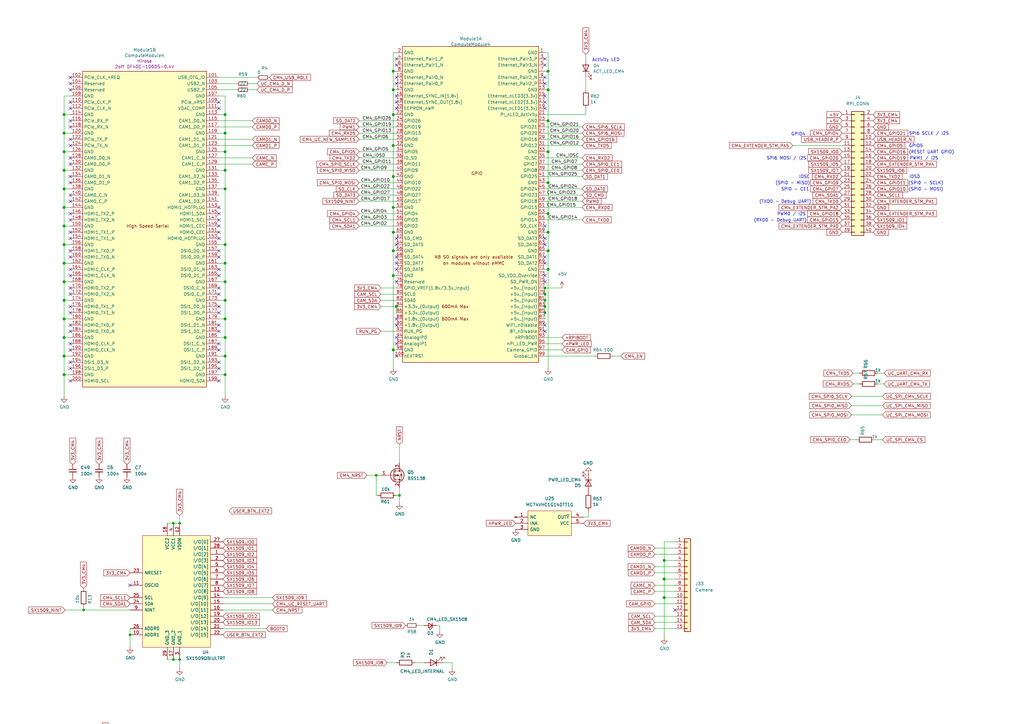
<source format=kicad_sch>
(kicad_sch (version 20250114) (generator "eeschema") (generator_version "9.0")
  (paper "A3")
  (text "SPI6 MOSI / I2S" (at 322.58 65.024 0) (effects (font (size 1.27 1.27))))
  (text "(SPI0 - MOSI)" (at 379.73 77.724 0) (effects (font (size 1.27 1.27))))
  (text "GPIO5" (at 375.666 59.944 0) (effects (font (size 1.27 1.27))))
  (text "PWM1 / I2S" (at 378.968 65.024 0) (effects (font (size 1.27 1.27))))
  (text "PWM0 / I2S" (at 324.612 87.884 0) (effects (font (size 1.27 1.27))))
  (text "(SPI0 - MISO)" (at 325.12 75.184 0) (effects (font (size 1.27 1.27))))
  (text "SPI0 - CE1" (at 326.136 77.724 0) (effects (font (size 1.27 1.27))))
  (text "SPI6 SCLK / I2S" (at 381 54.864 0) (effects (font (size 1.27 1.27))))
  (text "GPIO4" (at 327.406 55.118 0) (effects (font (size 1.27 1.27))))
  (text "Activity LED" (at 242.824 25.4 0) (effects (font (size 1.27 1.27)) (justify left bottom)))
  (text "(TXD0 - Debug UART)" (at 322.072 82.804 0) (effects (font (size 1.27 1.27))))
  (text "(RXD0 - Debug UART)" (at 320.04 90.424 0) (effects (font (size 1.27 1.27))))
  (text "(SPI0 - SCLK)" (at 379.73 75.184 0) (effects (font (size 1.27 1.27))))
  (text "(RESET UART GPIO)" (at 382.016 62.484 0) (effects (font (size 1.27 1.27))))
  (text "IDSC" (at 329.946 72.644 0) (effects (font (size 1.27 1.27))))
  (text "IDSD" (at 375.158 72.644 0) (effects (font (size 1.27 1.27))))
  (junction (at 92.329 130.81) (diameter 1.016))
  (junction (at 26.289 77.47) (diameter 1.016))
  (junction (at 161.29 59.69) (diameter 1.016))
  (junction (at 224.79 36.83) (diameter 1.016))
  (junction (at 161.29 46.99) (diameter 1.016))
  (junction (at 26.289 138.43) (diameter 1.016))
  (junction (at 161.29 113.03) (diameter 1.016))
  (junction (at 92.329 100.33) (diameter 1.016))
  (junction (at 272.415 245.11) (diameter 1.016))
  (junction (at 26.289 130.81) (diameter 1.016))
  (junction (at 223.52 125.73))
  (junction (at 224.79 74.93) (diameter 1.016))
  (junction (at 92.329 46.99) (diameter 1.016))
  (junction (at 26.289 69.85) (diameter 1.016))
  (junction (at 224.79 49.53) (diameter 1.016))
  (junction (at 71.12 270.51))
  (junction (at 26.289 46.99) (diameter 1.016))
  (junction (at 224.79 95.25) (diameter 1.016))
  (junction (at 161.29 36.83) (diameter 1.016))
  (junction (at 71.12 214.63))
  (junction (at 92.329 138.43) (diameter 1.016))
  (junction (at 26.289 85.09) (diameter 1.016))
  (junction (at 26.289 62.23) (diameter 1.016))
  (junction (at 224.79 29.21) (diameter 1.016))
  (junction (at 272.415 229.87) (diameter 1.016))
  (junction (at 223.52 123.19))
  (junction (at 26.289 123.19) (diameter 1.016))
  (junction (at 224.79 62.23) (diameter 1.016))
  (junction (at 92.329 69.85) (diameter 1.016))
  (junction (at 161.29 29.21) (diameter 1.016))
  (junction (at 73.66 214.63))
  (junction (at 161.29 72.39) (diameter 1.016))
  (junction (at 26.289 54.61) (diameter 1.016))
  (junction (at 92.329 115.57) (diameter 1.016))
  (junction (at 272.415 237.49) (diameter 1.016))
  (junction (at 161.29 143.51) (diameter 1.016))
  (junction (at 26.289 92.71) (diameter 1.016))
  (junction (at 223.52 118.11))
  (junction (at 161.29 95.25) (diameter 1.016))
  (junction (at 53.34 260.35))
  (junction (at 26.289 115.57) (diameter 1.016))
  (junction (at 92.329 153.67) (diameter 1.016))
  (junction (at 162.56 125.73) (diameter 1.016))
  (junction (at 224.79 87.63) (diameter 1.016))
  (junction (at 92.329 107.95) (diameter 1.016))
  (junction (at 26.289 107.95) (diameter 1.016))
  (junction (at 223.52 128.27))
  (junction (at 92.329 146.05) (diameter 1.016))
  (junction (at 92.329 54.61) (diameter 1.016))
  (junction (at 34.29 250.19))
  (junction (at 26.289 153.67) (diameter 1.016))
  (junction (at 161.29 85.09) (diameter 1.016))
  (junction (at 224.79 102.87) (diameter 1.016))
  (junction (at 154.305 194.945))
  (junction (at 223.52 120.65))
  (junction (at 161.29 102.87) (diameter 1.016))
  (junction (at 92.329 123.19) (diameter 1.016))
  (junction (at 92.329 77.47) (diameter 1.016))
  (junction (at 73.66 270.51))
  (junction (at 26.289 100.33) (diameter 1.016))
  (junction (at 26.289 146.05) (diameter 1.016))
  (junction (at 163.83 203.2))
  (junction (at 224.79 110.49) (diameter 1.016))
  (junction (at 92.329 62.23) (diameter 1.016))
  (no_connect (at 89.789 105.41))
  (no_connect (at 89.789 120.65))
  (no_connect (at 162.56 44.45))
  (no_connect (at 28.829 105.41))
  (no_connect (at 28.829 72.39))
  (no_connect (at 28.829 110.49))
  (no_connect (at 28.829 67.31))
  (no_connect (at 89.789 110.49))
  (no_connect (at 89.789 151.13))
  (no_connect (at 223.52 26.67))
  (no_connect (at 28.829 36.83))
  (no_connect (at 28.829 41.91))
  (no_connect (at 28.829 87.63))
  (no_connect (at 162.56 130.81))
  (no_connect (at 28.829 80.01))
  (no_connect (at 28.829 31.75))
  (no_connect (at 28.829 90.17))
  (no_connect (at 45.72 322.58))
  (no_connect (at 89.789 128.27))
  (no_connect (at 223.52 100.33))
  (no_connect (at 28.829 128.27))
  (no_connect (at 223.52 31.75))
  (no_connect (at 89.789 148.59))
  (no_connect (at 162.56 133.35))
  (no_connect (at 89.789 133.35))
  (no_connect (at 28.829 102.87))
  (no_connect (at 28.829 118.11))
  (no_connect (at 28.829 133.35))
  (no_connect (at 89.789 97.79))
  (no_connect (at 276.86 250.19))
  (no_connect (at 223.52 135.89))
  (no_connect (at 223.52 105.41))
  (no_connect (at 28.829 52.07))
  (no_connect (at 28.829 57.15))
  (no_connect (at 223.52 44.45))
  (no_connect (at 28.829 113.03))
  (no_connect (at 162.56 138.43))
  (no_connect (at 162.56 140.97))
  (no_connect (at 162.56 97.79))
  (no_connect (at 28.829 120.65))
  (no_connect (at 28.829 148.59))
  (no_connect (at 162.56 107.95))
  (no_connect (at 223.52 39.37))
  (no_connect (at 89.789 92.71))
  (no_connect (at 28.829 97.79))
  (no_connect (at 28.829 143.51))
  (no_connect (at 28.829 74.93))
  (no_connect (at 162.56 39.37))
  (no_connect (at 223.52 115.57))
  (no_connect (at 162.56 34.29))
  (no_connect (at 28.829 44.45))
  (no_connect (at 28.829 140.97))
  (no_connect (at 89.789 95.25))
  (no_connect (at 28.829 49.53))
  (no_connect (at 223.52 24.13))
  (no_connect (at 223.52 107.95))
  (no_connect (at 89.789 41.91))
  (no_connect (at 89.789 143.51))
  (no_connect (at 223.52 41.91))
  (no_connect (at 28.829 34.29))
  (no_connect (at 28.829 156.21))
  (no_connect (at 89.789 118.11))
  (no_connect (at 162.56 31.75))
  (no_connect (at 89.789 85.09))
  (no_connect (at 89.789 90.17))
  (no_connect (at 89.789 125.73))
  (no_connect (at 28.829 64.77))
  (no_connect (at 89.789 156.21))
  (no_connect (at 28.829 59.69))
  (no_connect (at 162.56 110.49))
  (no_connect (at 28.829 125.73))
  (no_connect (at 223.52 34.29))
  (no_connect (at 162.56 24.13))
  (no_connect (at 89.789 87.63))
  (no_connect (at 89.789 44.45))
  (no_connect (at 28.829 95.25))
  (no_connect (at 28.829 151.13))
  (no_connect (at 162.56 100.33))
  (no_connect (at 223.52 97.79))
  (no_connect (at 162.56 146.05))
  (no_connect (at 223.52 92.71))
  (no_connect (at 162.56 105.41))
  (no_connect (at 89.789 102.87))
  (no_connect (at 162.56 115.57))
  (no_connect (at 162.56 41.91))
  (no_connect (at 223.52 113.03))
  (no_connect (at 89.789 140.97))
  (no_connect (at 162.56 26.67))
  (no_connect (at 28.829 82.55))
  (no_connect (at 89.789 113.03))
  (no_connect (at 28.829 135.89))
  (no_connect (at 223.52 133.35))
  (no_connect (at 53.34 240.03))
  (no_connect (at 89.789 135.89))
  (wire (pts (xy 223.52 57.15) (xy 238.76 57.15)))
  (wire (pts (xy 223.52 120.65) (xy 223.52 123.19)))
  (wire (pts (xy 68.58 270.51) (xy 71.12 270.51)))
  (wire (pts (xy 161.29 95.25) (xy 162.56 95.25)))
  (wire (pts (xy 147.32 82.55) (xy 162.56 82.55)))
  (wire (pts (xy 28.829 39.37) (xy 26.289 39.37)))
  (wire (pts (xy 92.329 77.47) (xy 92.329 69.85)))
  (wire (pts (xy 89.789 46.99) (xy 92.329 46.99)))
  (wire (pts (xy 224.79 110.49) (xy 224.79 151.13)))
  (wire (pts (xy 147.32 74.93) (xy 162.56 74.93)))
  (wire (pts (xy 268.605 234.95) (xy 276.86 234.95)))
  (wire (pts (xy 92.329 54.61) (xy 92.329 46.99)))
  (wire (pts (xy 223.52 52.07) (xy 238.76 52.07)))
  (wire (pts (xy 91.44 250.19) (xy 111.76 250.19)))
  (wire (pts (xy 223.52 64.77) (xy 238.76 64.77)))
  (wire (pts (xy 92.329 130.81) (xy 92.329 138.43)))
  (wire (pts (xy 156.21 125.73) (xy 162.56 125.73)))
  (wire (pts (xy 272.415 245.11) (xy 272.415 261.62)))
  (wire (pts (xy 251.46 146.05) (xy 254.635 146.05)))
  (wire (pts (xy 268.605 255.27) (xy 276.86 255.27)))
  (wire (pts (xy 89.789 54.61) (xy 92.329 54.61)))
  (wire (pts (xy 161.29 46.99) (xy 162.56 46.99)))
  (wire (pts (xy 163.83 200.025) (xy 163.83 203.2)))
  (wire (pts (xy 223.52 62.23) (xy 224.79 62.23)))
  (wire (pts (xy 92.329 77.47) (xy 92.329 100.33)))
  (wire (pts (xy 147.32 57.15) (xy 162.56 57.15)))
  (wire (pts (xy 26.289 138.43) (xy 26.289 146.05)))
  (wire (pts (xy 241.3 209.55) (xy 241.3 212.09)))
  (wire (pts (xy 26.289 138.43) (xy 28.829 138.43)))
  (wire (pts (xy 223.52 29.21) (xy 224.79 29.21)))
  (wire (pts (xy 223.52 54.61) (xy 238.76 54.61)))
  (wire (pts (xy 180.34 256.54) (xy 179.07 256.54)))
  (wire (pts (xy 89.789 146.05) (xy 92.329 146.05)))
  (wire (pts (xy 268.605 252.73) (xy 276.86 252.73)))
  (wire (pts (xy 89.789 62.23) (xy 92.329 62.23)))
  (wire (pts (xy 161.29 21.59) (xy 161.29 29.21)))
  (wire (pts (xy 26.289 54.61) (xy 28.829 54.61)))
  (wire (pts (xy 147.32 80.01) (xy 162.56 80.01)))
  (wire (pts (xy 161.29 113.03) (xy 162.56 113.03)))
  (wire (pts (xy 103.505 49.53) (xy 89.789 49.53)))
  (wire (pts (xy 156.21 118.11) (xy 162.56 118.11)))
  (wire (pts (xy 147.32 69.85) (xy 162.56 69.85)))
  (wire (pts (xy 161.29 102.87) (xy 161.29 113.03)))
  (wire (pts (xy 224.79 74.93) (xy 224.79 87.63)))
  (wire (pts (xy 26.289 130.81) (xy 28.829 130.81)))
  (wire (pts (xy 161.29 59.69) (xy 161.29 72.39)))
  (wire (pts (xy 26.289 107.95) (xy 28.829 107.95)))
  (wire (pts (xy 272.415 229.87) (xy 276.86 229.87)))
  (wire (pts (xy 268.605 227.33) (xy 276.86 227.33)))
  (wire (pts (xy 224.79 62.23) (xy 224.79 74.93)))
  (wire (pts (xy 26.289 153.67) (xy 26.289 162.56)))
  (wire (pts (xy 34.29 250.19) (xy 34.29 248.92)))
  (wire (pts (xy 223.52 146.05) (xy 243.84 146.05)))
  (wire (pts (xy 92.329 69.85) (xy 92.329 62.23)))
  (wire (pts (xy 358.775 180.34) (xy 361.95 180.34)))
  (wire (pts (xy 349.25 170.18) (xy 361.95 170.18)))
  (wire (pts (xy 268.605 257.81) (xy 276.86 257.81)))
  (wire (pts (xy 26.289 123.19) (xy 28.829 123.19)))
  (wire (pts (xy 224.79 21.59) (xy 224.79 29.21)))
  (wire (pts (xy 147.32 54.61) (xy 162.56 54.61)))
  (wire (pts (xy 349.885 153.035) (xy 352.425 153.035)))
  (wire (pts (xy 53.34 260.35) (xy 53.34 265.43)))
  (wire (pts (xy 223.52 140.97) (xy 230.505 140.97)))
  (wire (pts (xy 26.289 115.57) (xy 28.829 115.57)))
  (wire (pts (xy 185.42 271.78) (xy 181.61 271.78)))
  (wire (pts (xy 53.34 250.19) (xy 34.29 250.19)))
  (wire (pts (xy 161.29 143.51) (xy 161.29 151.13)))
  (wire (pts (xy 147.32 49.53) (xy 162.56 49.53)))
  (wire (pts (xy 102.235 34.29) (xy 105.41 34.29)))
  (wire (pts (xy 161.29 36.83) (xy 161.29 46.99)))
  (wire (pts (xy 26.289 100.33) (xy 26.289 107.95)))
  (wire (pts (xy 223.52 82.55) (xy 238.76 82.55)))
  (wire (pts (xy 223.52 110.49) (xy 224.79 110.49)))
  (wire (pts (xy 89.789 115.57) (xy 92.329 115.57)))
  (wire (pts (xy 147.32 90.17) (xy 162.56 90.17)))
  (wire (pts (xy 223.52 72.39) (xy 238.76 72.39)))
  (wire (pts (xy 161.29 72.39) (xy 162.56 72.39)))
  (wire (pts (xy 102.235 36.83) (xy 105.41 36.83)))
  (wire (pts (xy 92.329 107.95) (xy 92.329 115.57)))
  (wire (pts (xy 91.44 245.11) (xy 111.76 245.11)))
  (wire (pts (xy 224.79 29.21) (xy 224.79 36.83)))
  (wire (pts (xy 325.12 59.69) (xy 345.44 59.69)))
  (wire (pts (xy 89.789 69.85) (xy 92.329 69.85)))
  (wire (pts (xy 147.32 67.31) (xy 162.56 67.31)))
  (wire (pts (xy 147.32 52.07) (xy 162.56 52.07)))
  (wire (pts (xy 147.32 87.63) (xy 162.56 87.63)))
  (wire (pts (xy 154.305 194.945) (xy 156.21 194.945)))
  (wire (pts (xy 223.52 21.59) (xy 224.79 21.59)))
  (wire (pts (xy 240.284 22.225) (xy 240.284 24.13)))
  (wire (pts (xy 224.79 87.63) (xy 224.79 95.25)))
  (wire (pts (xy 162.56 29.21) (xy 161.29 29.21)))
  (wire (pts (xy 161.29 113.03) (xy 161.29 143.51)))
  (wire (pts (xy 28.829 153.67) (xy 26.289 153.67)))
  (wire (pts (xy 89.789 100.33) (xy 92.329 100.33)))
  (wire (pts (xy 223.52 77.47) (xy 238.76 77.47)))
  (wire (pts (xy 73.66 270.51) (xy 73.66 274.32)))
  (wire (pts (xy 223.52 143.51) (xy 230.505 143.51)))
  (wire (pts (xy 161.29 102.87) (xy 162.56 102.87)))
  (wire (pts (xy 147.32 62.23) (xy 162.56 62.23)))
  (wire (pts (xy 162.56 143.51) (xy 161.29 143.51)))
  (wire (pts (xy 26.289 123.19) (xy 26.289 130.81)))
  (wire (pts (xy 272.415 229.87) (xy 272.415 237.49)))
  (wire (pts (xy 162.56 21.59) (xy 161.29 21.59)))
  (wire (pts (xy 92.329 146.05) (xy 92.329 153.67)))
  (wire (pts (xy 272.415 222.25) (xy 272.415 229.87)))
  (wire (pts (xy 161.29 46.99) (xy 161.29 59.69)))
  (wire (pts (xy 26.289 69.85) (xy 28.829 69.85)))
  (wire (pts (xy 161.29 95.25) (xy 161.29 102.87)))
  (wire (pts (xy 224.79 95.25) (xy 224.79 102.87)))
  (wire (pts (xy 89.789 123.19) (xy 92.329 123.19)))
  (wire (pts (xy 26.289 77.47) (xy 26.289 85.09)))
  (wire (pts (xy 91.44 247.65) (xy 111.76 247.65)))
  (wire (pts (xy 26.289 46.99) (xy 28.829 46.99)))
  (wire (pts (xy 147.32 64.77) (xy 162.56 64.77)))
  (wire (pts (xy 89.789 107.95) (xy 92.329 107.95)))
  (wire (pts (xy 360.045 153.035) (xy 362.585 153.035)))
  (wire (pts (xy 223.52 90.17) (xy 238.76 90.17)))
  (wire (pts (xy 26.289 115.57) (xy 26.289 123.19)))
  (wire (pts (xy 26.289 107.95) (xy 26.289 115.57)))
  (wire (pts (xy 92.329 115.57) (xy 92.329 123.19)))
  (wire (pts (xy 103.505 57.15) (xy 89.789 57.15)))
  (wire (pts (xy 162.56 203.2) (xy 163.83 203.2)))
  (wire (pts (xy 26.289 77.47) (xy 28.829 77.47)))
  (wire (pts (xy 171.45 256.54) (xy 173.99 256.54)))
  (wire (pts (xy 268.605 240.03) (xy 276.86 240.03)))
  (wire (pts (xy 161.29 59.69) (xy 162.56 59.69)))
  (wire (pts (xy 223.52 69.85) (xy 238.76 69.85)))
  (wire (pts (xy 92.329 153.67) (xy 92.329 162.56)))
  (wire (pts (xy 26.289 100.33) (xy 28.829 100.33)))
  (wire (pts (xy 241.3 212.09) (xy 239.395 212.09)))
  (wire (pts (xy 92.329 100.33) (xy 92.329 107.95)))
  (wire (pts (xy 73.66 211.455) (xy 73.66 214.63)))
  (wire (pts (xy 224.79 102.87) (xy 224.79 110.49)))
  (wire (pts (xy 163.83 203.2) (xy 163.83 206.375)))
  (wire (pts (xy 26.67 250.19) (xy 34.29 250.19)))
  (wire (pts (xy 89.789 67.31) (xy 103.505 67.31)))
  (wire (pts (xy 92.329 123.19) (xy 92.329 130.81)))
  (wire (pts (xy 89.789 130.81) (xy 92.329 130.81)))
  (wire (pts (xy 348.615 180.34) (xy 351.155 180.34)))
  (wire (pts (xy 26.289 85.09) (xy 26.289 92.71)))
  (wire (pts (xy 223.52 123.19) (xy 223.52 125.73)))
  (wire (pts (xy 26.289 46.99) (xy 26.289 54.61)))
  (wire (pts (xy 26.289 62.23) (xy 28.829 62.23)))
  (wire (pts (xy 89.789 36.83) (xy 97.155 36.83)))
  (wire (pts (xy 103.505 59.69) (xy 89.789 59.69)))
  (wire (pts (xy 362.585 157.48) (xy 360.045 157.48)))
  (wire (pts (xy 156.21 135.89) (xy 162.56 135.89)))
  (wire (pts (xy 28.829 146.05) (xy 26.289 146.05)))
  (wire (pts (xy 26.289 130.81) (xy 26.289 138.43)))
  (wire (pts (xy 224.79 36.83) (xy 224.79 49.53)))
  (wire (pts (xy 26.289 146.05) (xy 26.289 153.67)))
  (wire (pts (xy 89.789 138.43) (xy 92.329 138.43)))
  (wire (pts (xy 158.75 271.78) (xy 162.56 271.78)))
  (wire (pts (xy 230.505 118.11) (xy 223.52 118.11)))
  (wire (pts (xy 223.52 49.53) (xy 224.79 49.53)))
  (wire (pts (xy 268.605 242.57) (xy 276.86 242.57)))
  (wire (pts (xy 147.32 92.71) (xy 162.56 92.71)))
  (wire (pts (xy 161.29 85.09) (xy 162.56 85.09)))
  (wire (pts (xy 223.52 80.01) (xy 238.76 80.01)))
  (wire (pts (xy 71.12 214.63) (xy 73.66 214.63)))
  (wire (pts (xy 223.52 36.83) (xy 224.79 36.83)))
  (wire (pts (xy 71.12 270.51) (xy 73.66 270.51)))
  (wire (pts (xy 349.25 162.56) (xy 361.95 162.56)))
  (wire (pts (xy 92.329 46.99) (xy 92.329 39.37)))
  (wire (pts (xy 272.415 237.49) (xy 272.415 245.11)))
  (wire (pts (xy 26.289 85.09) (xy 28.829 85.09)))
  (wire (pts (xy 103.505 52.07) (xy 89.789 52.07)))
  (wire (pts (xy 268.605 247.65) (xy 276.86 247.65)))
  (wire (pts (xy 223.52 118.11) (xy 223.52 120.65)))
  (wire (pts (xy 272.415 245.11) (xy 276.86 245.11)))
  (wire (pts (xy 89.789 153.67) (xy 92.329 153.67)))
  (wire (pts (xy 268.605 224.79) (xy 276.86 224.79)))
  (wire (pts (xy 92.329 138.43) (xy 92.329 146.05)))
  (wire (pts (xy 223.52 67.31) (xy 238.76 67.31)))
  (wire (pts (xy 240.284 31.75) (xy 240.284 36.83)))
  (wire (pts (xy 223.52 95.25) (xy 224.79 95.25)))
  (wire (pts (xy 162.56 128.27) (xy 162.56 125.73)))
  (wire (pts (xy 89.789 34.29) (xy 97.155 34.29)))
  (wire (pts (xy 162.56 36.83) (xy 161.29 36.83)))
  (wire (pts (xy 89.789 64.77) (xy 103.505 64.77)))
  (wire (pts (xy 223.52 87.63) (xy 224.79 87.63)))
  (wire (pts (xy 156.21 120.65) (xy 162.56 120.65)))
  (wire (pts (xy 170.18 271.78) (xy 173.99 271.78)))
  (wire (pts (xy 26.289 62.23) (xy 26.289 69.85)))
  (wire (pts (xy 26.289 54.61) (xy 26.289 62.23)))
  (wire (pts (xy 89.789 31.75) (xy 105.41 31.75)))
  (wire (pts (xy 185.42 274.32) (xy 185.42 271.78)))
  (wire (pts (xy 147.32 77.47) (xy 162.56 77.47)))
  (wire (pts (xy 180.34 259.08) (xy 180.34 256.54)))
  (wire (pts (xy 223.52 74.93) (xy 224.79 74.93)))
  (wire (pts (xy 268.605 232.41) (xy 276.86 232.41)))
  (wire (pts (xy 154.305 203.2) (xy 154.94 203.2)))
  (wire (pts (xy 223.52 125.73) (xy 223.52 128.27)))
  (wire (pts (xy 91.44 257.81) (xy 109.22 257.81)))
  (wire (pts (xy 53.34 257.81) (xy 53.34 260.35)))
  (wire (pts (xy 89.789 77.47) (xy 92.329 77.47)))
  (wire (pts (xy 352.425 157.48) (xy 349.885 157.48)))
  (wire (pts (xy 161.29 85.09) (xy 161.29 95.25)))
  (wire (pts (xy 349.25 166.37) (xy 361.95 166.37)))
  (wire (pts (xy 68.58 214.63) (xy 71.12 214.63)))
  (wire (pts (xy 163.83 182.245) (xy 163.83 189.865)))
  (wire (pts (xy 161.29 29.21) (xy 161.29 36.83)))
  (wire (pts (xy 26.289 92.71) (xy 26.289 100.33)))
  (wire (pts (xy 276.86 222.25) (xy 272.415 222.25)))
  (wire (pts (xy 224.79 49.53) (xy 224.79 62.23)))
  (wire (pts (xy 150.495 194.945) (xy 154.305 194.945)))
  (wire (pts (xy 223.52 59.69) (xy 238.76 59.69)))
  (wire (pts (xy 223.52 102.87) (xy 224.79 102.87)))
  (wire (pts (xy 92.329 62.23) (xy 92.329 54.61)))
  (wire (pts (xy 26.289 92.71) (xy 28.829 92.71)))
  (wire (pts (xy 223.52 46.99) (xy 240.284 46.99)))
  (wire (pts (xy 92.329 39.37) (xy 89.789 39.37)))
  (wire (pts (xy 223.52 85.09) (xy 238.76 85.09)))
  (wire (pts (xy 272.415 237.49) (xy 276.86 237.49)))
  (wire (pts (xy 223.52 128.27) (xy 223.52 130.81)))
  (wire (pts (xy 26.289 39.37) (xy 26.289 46.99)))
  (wire (pts (xy 161.29 72.39) (xy 161.29 85.09)))
  (wire (pts (xy 240.284 46.99) (xy 240.284 44.45)))
  (wire (pts (xy 26.289 69.85) (xy 26.289 77.47)))
  (wire (pts (xy 223.52 138.43) (xy 230.505 138.43)))
  (wire (pts (xy 156.21 123.19) (xy 162.56 123.19)))
  (wire (pts (xy 154.305 194.945) (xy 154.305 203.2)))
  (label "CM4_GPIO26" (at 148.59 49.53 0))
  (label "CM4_GPIO10" (at 147.955 74.93 0))
  (label "CM4_GPIO7" (at 236.855 67.31 180))
  (label "CM4_GPIO4" (at 147.955 87.63 0))
  (label "CM4_GPIO12" (at 237.49 59.69 180))
  (label "CM4_GPIO27" (at 147.955 80.01 0))
  (label "CM4_GPIO16" (at 237.49 57.15 180))
  (label "CM4_GPIO15" (at 236.22 85.09 180))
  (label "CM4_GPIO6" (at 148.59 57.15 0))
  (label "CM4_GPIO11" (at 148.59 67.31 0))
  (label "CM4_GPIO25" (at 236.855 72.39 180))
  (label "CM4_GPIO23" (at 236.22 80.01 180))
  (label "CM4_GPIO24" (at 236.855 77.47 180))
  (label "CM4_IDSC" (at 237.49 64.77 180))
  (label "CM4_GPIO18" (at 236.855 82.55 180))
  (label "CM4_GPIO5" (at 148.59 62.23 0))
  (label "CM4_GPIO9" (at 147.955 69.85 0))
  (label "CM4_GPIO13" (at 148.59 54.61 0))
  (label "CM4_GPIO3" (at 147.955 90.17 0))
  (label "CM4_GPIO19" (at 148.59 52.07 0))
  (label "CM4_GPIO21" (at 237.49 52.07 180))
  (label "CM4_GPIO2" (at 147.955 92.71 0))
  (label "CM4_GPIO20" (at 237.49 54.61 180))
  (label "CM4_GPIO14" (at 236.855 90.17 180))
  (label "CM4_GPIO17" (at 147.955 82.55 0))
  (label "CM4_GPIO8" (at 236.855 69.85 180))
  (label "CM4_GPIO22" (at 147.955 77.47 0))
  (label "CM4_IDSD" (at 148.59 64.77 0))
  (global_label "3V3_CM4" (shape input) (at 156.21 125.73 180) (property "Intersheetrefs" "${INTERSHEET_REFS}" (effects (hide yes))))
  (global_label "SD_CMD" (shape input) (at 238.76 80.01 0) (property "Intersheetrefs" "${INTERSHEET_REFS}" (effects (hide yes))))
  (global_label "CM4_NRST" (shape input) (at 111.76 250.19 0) (property "Intersheetrefs" "${INTERSHEET_REFS}" (effects (hide yes))))
  (global_label "CM4_EXTENDER_STM_PA1" (shape input) (at 73.66 325.12 0) (property "Intersheetrefs" "${INTERSHEET_REFS}" (effects (hide yes))))
  (global_label "CM4_RXD0" (shape input) (at 238.76 85.09 0) (property "Intersheetrefs" "${INTERSHEET_REFS}" (effects (hide yes))))
  (global_label "SX1509_IO9" (shape input) (at 111.76 245.11 0) (property "Intersheetrefs" "${INTERSHEET_REFS}" (effects (hide yes))))
  (global_label "GND" (shape input) (at 345.44 95.25 180) (property "Intersheetrefs" "${INTERSHEET_REFS}" (effects (hide yes))))
  (global_label "3V3_CM4" (shape input) (at 43.18 307.34 90) (property "Intersheetrefs" "${INTERSHEET_REFS}" (effects (hide yes))))
  (global_label "CM4_EXTENDER_STM_PA2" (shape input) (at 73.66 327.66 0) (property "Intersheetrefs" "${INTERSHEET_REFS}" (effects (hide yes))))
  (global_label "CM4_GPIO5" (shape input) (at 147.32 62.23 180) (property "Intersheetrefs" "${INTERSHEET_REFS}" (effects (hide yes))))
  (global_label "3V3_CM4" (shape input) (at 73.66 211.455 90) (property "Intersheetrefs" "${INTERSHEET_REFS}" (effects (hide yes))))
  (global_label "UC_SPI_CM4_SCLK" (shape input) (at 361.95 162.56 0) (property "Intersheetrefs" "${INTERSHEET_REFS}" (effects (hide yes))))
  (global_label "CM4_SDA1" (shape input) (at 73.66 347.98 0) (property "Intersheetrefs" "${INTERSHEET_REFS}" (effects (hide yes))))
  (global_label "SX1509_IO8" (shape input) (at 158.75 271.78 180) (property "Intersheetrefs" "${INTERSHEET_REFS}" (effects (hide yes))))
  (global_label "CM4_EXTENDER_STM_PA3" (shape input) (at 73.66 330.2 0) (property "Intersheetrefs" "${INTERSHEET_REFS}" (effects (hide yes))))
  (global_label "SD_DAT3" (shape input) (at 147.32 80.01 180) (property "Intersheetrefs" "${INTERSHEET_REFS}" (effects (hide yes))))
  (global_label "CAM_SDA" (shape input) (at 268.605 255.27 180) (property "Intersheetrefs" "${INTERSHEET_REFS}" (effects (hide yes))))
  (global_label "CAMD0_N" (shape input) (at 103.505 49.53 0) (property "Intersheetrefs" "${INTERSHEET_REFS}" (effects (hide yes))))
  (global_label "CM4_RXD2" (shape input) (at 345.44 72.39 180) (property "Intersheetrefs" "${INTERSHEET_REFS}" (effects (hide yes))))
  (global_label "SD_CLK" (shape input) (at 147.32 77.47 180) (property "Intersheetrefs" "${INTERSHEET_REFS}" (effects (hide yes))))
  (global_label "USER_BTN_EXT2" (shape input) (at 91.44 260.35 0) (property "Intersheetrefs" "${INTERSHEET_REFS}" (effects (hide yes))))
  (global_label "CM4_GPIO10" (shape input) (at 358.14 77.47 0) (property "Intersheetrefs" "${INTERSHEET_REFS}" (effects (hide yes))))
  (global_label "CM4_EXTENDER_STM_PA0" (shape input) (at 73.66 322.58 0) (property "Intersheetrefs" "${INTERSHEET_REFS}" (effects (hide yes))))
  (global_label "CM4_EXTENDER_STM_PA5" (shape input) (at 325.12 59.69 180) (property "Intersheetrefs" "${INTERSHEET_REFS}" (effects (hide yes))))
  (global_label "CM4_EXTENDER_STM_SWCLK" (shape input) (at 143.51 331.47 180) (property "Intersheetrefs" "${INTERSHEET_REFS}" (effects (hide yes))))
  (global_label "CAM_GPIO" (shape input) (at 230.505 143.51 0) (property "Intersheetrefs" "${INTERSHEET_REFS}" (effects (hide yes))))
  (global_label "SX1509_IO2" (shape input) (at 91.44 227.33 0) (property "Intersheetrefs" "${INTERSHEET_REFS}" (effects (hide yes))))
  (global_label "CM4_UC_NEW_SAMPLES" (shape input) (at 147.32 57.15 180) (property "Intersheetrefs" "${INTERSHEET_REFS}" (effects (hide yes))))
  (global_label "SX1509_IO3" (shape input) (at 91.44 229.87 0) (property "Intersheetrefs" "${INTERSHEET_REFS}" (effects (hide yes))))
  (global_label "CM4_TXD5" (shape input) (at 238.76 59.69 0) (property "Intersheetrefs" "${INTERSHEET_REFS}" (effects (hide yes))))
  (global_label "CM4_GPIO16" (shape input) (at 238.76 57.15 0) (property "Intersheetrefs" "${INTERSHEET_REFS}" (effects (hide yes))))
  (global_label "CM4_GPIO9" (shape input) (at 345.44 74.93 180) (property "Intersheetrefs" "${INTERSHEET_REFS}" (effects (hide yes))))
  (global_label "CM4_TXD0" (shape input) (at 238.76 90.17 0) (property "Intersheetrefs" "${INTERSHEET_REFS}" (effects (hide yes))))
  (global_label "CM4_SPI0_MISO" (shape input) (at 147.32 69.85 180) (property "Intersheetrefs" "${INTERSHEET_REFS}" (effects (hide yes))))
  (global_label "CM4_EXTENDER_STM_PA5" (shape input) (at 73.66 335.28 0) (property "Intersheetrefs" "${INTERSHEET_REFS}" (effects (hide yes))))
  (global_label "CAMD1_P" (shape input) (at 268.605 234.95 180) (property "Intersheetrefs" "${INTERSHEET_REFS}" (effects (hide yes))))
  (global_label "nRPIBOOT" (shape input) (at 230.505 138.43 0) (property "Intersheetrefs" "${INTERSHEET_REFS}" (effects (hide yes))))
  (global_label "CM4_GPIO4" (shape input) (at 345.44 54.61 180) (property "Intersheetrefs" "${INTERSHEET_REFS}" (effects (hide yes))))
  (global_label "RUN_PG" (shape input) (at 156.21 135.89 180) (property "Intersheetrefs" "${INTERSHEET_REFS}" (effects (hide yes))))
  (global_label "CAMC_P" (shape input) (at 268.605 242.57 180) (property "Intersheetrefs" "${INTERSHEET_REFS}" (effects (hide yes))))
  (global_label "3V3_CM4" (shape input) (at 358.14 49.53 0) (property "Intersheetrefs" "${INTERSHEET_REFS}" (effects (hide yes))))
  (global_label "CM4_RXD2" (shape input) (at 238.76 64.77 0) (property "Intersheetrefs" "${INTERSHEET_REFS}" (effects (hide yes))))
  (global_label "CM4_SPI0_SCLK" (shape input) (at 147.32 67.31 180) (property "Intersheetrefs" "${INTERSHEET_REFS}" (effects (hide yes))))
  (global_label "GND" (shape input) (at 345.44 52.07 180) (property "Intersheetrefs" "${INTERSHEET_REFS}" (effects (hide yes))))
  (global_label "SX1509_IO7" (shape input) (at 345.44 69.85 180) (property "Intersheetrefs" "${INTERSHEET_REFS}" (effects (hide yes))))
  (global_label "CM4_GPIO20" (shape input) (at 345.44 64.77 180) (property "Intersheetrefs" "${INTERSHEET_REFS}" (effects (hide yes))))
  (global_label "UC_SPI_CM4_MISO" (shape input) (at 361.95 166.37 0) (property "Intersheetrefs" "${INTERSHEET_REFS}" (effects (hide yes))))
  (global_label "CM4_NRST" (shape input) (at 150.495 194.945 180) (property "Intersheetrefs" "${INTERSHEET_REFS}" (effects (hide yes))))
  (global_label "USER_BTN_EXT2" (shape input) (at 93.98 209.55 0) (property "Intersheetrefs" "${INTERSHEET_REFS}" (effects (hide yes))))
  (global_label "BOOT0" (shape input) (at 109.22 257.81 0) (property "Intersheetrefs" "${INTERSHEET_REFS}" (effects (hide yes))))
  (global_label "SX1509_IO6" (shape input) (at 91.44 237.49 0) (property "Intersheetrefs" "${INTERSHEET_REFS}" (effects (hide yes))))
  (global_label "SD_DAT1" (shape input) (at 238.76 72.39 0) (property "Intersheetrefs" "${INTERSHEET_REFS}" (effects (hide yes))))
  (global_label "CM4_RXD5" (shape input) (at 349.885 157.48 180) (property "Intersheetrefs" "${INTERSHEET_REFS}" (effects (hide yes))))
  (global_label "CM4_GPIO5" (shape input) (at 358.14 59.69 0) (property "Intersheetrefs" "${INTERSHEET_REFS}" (effects (hide yes))))
  (global_label "SX1509_IO6" (shape input) (at 358.14 69.85 0) (property "Intersheetrefs" "${INTERSHEET_REFS}" (effects (hide yes))))
  (global_label "CM4_SDA1" (shape input) (at 53.34 247.65 180) (property "Intersheetrefs" "${INTERSHEET_REFS}" (effects (hide yes))))
  (global_label "CAMD0_P" (shape input) (at 268.605 227.33 180) (property "Intersheetrefs" "${INTERSHEET_REFS}" (effects (hide yes))))
  (global_label "CM4_EXTENDER_STM_PA1" (shape input) (at 358.14 82.55 0) (property "Intersheetrefs" "${INTERSHEET_REFS}" (effects (hide yes))))
  (global_label "CM4_TXD5" (shape input) (at 349.885 153.035 180) (property "Intersheetrefs" "${INTERSHEET_REFS}" (effects (hide yes))))
  (global_label "CAM_GPIO" (shape input) (at 268.605 247.65 180) (property "Intersheetrefs" "${INTERSHEET_REFS}" (effects (hide yes))))
  (global_label "3V3_CM4" (shape input) (at 60.96 317.5 90) (property "Intersheetrefs" "${INTERSHEET_REFS}" (effects (hide yes))))
  (global_label "CM4_SCL1" (shape input) (at 147.32 90.17 180) (property "Intersheetrefs" "${INTERSHEET_REFS}" (effects (hide yes))))
  (global_label "GND" (shape input) (at 358.14 85.09 0) (property "Intersheetrefs" "${INTERSHEET_REFS}" (effects (hide yes))))
  (global_label "UC_CM4_D_P" (shape input) (at 105.41 36.83 0) (property "Intersheetrefs" "${INTERSHEET_REFS}" (effects (hide yes))))
  (global_label "CM4_SPI0_MOSI" (shape input) (at 349.25 170.18 180) (property "Intersheetrefs" "${INTERSHEET_REFS}" (effects (hide yes))))
  (global_label "CAMD1_P" (shape input) (at 103.505 59.69 0) (property "Intersheetrefs" "${INTERSHEET_REFS}" (effects (hide yes))))
  (global_label "SX1509_IO5" (shape input) (at 91.44 234.95 0) (property "Intersheetrefs" "${INTERSHEET_REFS}" (effects (hide yes))))
  (global_label "CM4_SPI6_SCLK" (shape input) (at 238.76 52.07 0) (property "Intersheetrefs" "${INTERSHEET_REFS}" (effects (hide yes))))
  (global_label "PWM0" (shape input) (at 238.76 82.55 0) (property "Intersheetrefs" "${INTERSHEET_REFS}" (effects (hide yes))))
  (global_label "CAM_SCL" (shape input) (at 268.605 252.73 180) (property "Intersheetrefs" "${INTERSHEET_REFS}" (effects (hide yes))))
  (global_label "CM4_SDA1" (shape input) (at 147.32 92.71 180) (property "Intersheetrefs" "${INTERSHEET_REFS}" (effects (hide yes))))
  (global_label "SX1509_NINT" (shape input) (at 26.67 250.19 180) (property "Intersheetrefs" "${INTERSHEET_REFS}" (effects (hide yes))))
  (global_label "+5V" (shape input) (at 345.44 46.99 180) (property "Intersheetrefs" "${INTERSHEET_REFS}" (effects (hide yes))))
  (global_label "CM4_EXTENDER_STM_SWDIO" (shape input) (at 73.66 350.52 0) (property "Intersheetrefs" "${INTERSHEET_REFS}" (effects (hide yes))))
  (global_label "CM4_GPIO19" (shape input) (at 358.14 64.77 0) (property "Intersheetrefs" "${INTERSHEET_REFS}" (effects (hide yes))))
  (global_label "CM4_GPIO18" (shape input) (at 345.44 87.63 180) (property "Intersheetrefs" "${INTERSHEET_REFS}" (effects (hide yes))))
  (global_label "CM4_SDA1" (shape input) (at 345.44 80.01 180) (property "Intersheetrefs" "${INTERSHEET_REFS}" (effects (hide yes))))
  (global_label "CM4_SPI0_MOSI" (shape input) (at 147.32 74.93 180) (property "Intersheetrefs" "${INTERSHEET_REFS}" (effects (hide yes))))
  (global_label "CM4_SPI0_CE1" (shape input) (at 238.76 67.31 0) (property "Intersheetrefs" "${INTERSHEET_REFS}" (effects (hide yes))))
  (global_label "SX1509_IO1" (shape input) (at 91.44 224.79 0) (property "Intersheetrefs" "${INTERSHEET_REFS}" (effects (hide yes))))
  (global_label "CM4_RXD5" (shape input) (at 147.32 54.61 180) (property "Intersheetrefs" "${INTERSHEET_REFS}" (effects (hide yes))))
  (global_label "SX1509_IO9" (shape input) (at 166.37 256.54 180) (property "Intersheetrefs" "${INTERSHEET_REFS}" (effects (hide yes))))
  (global_label "CM4_EXTENDER_STM_SWCLK" (shape input) (at 73.66 353.06 0) (property "Intersheetrefs" "${INTERSHEET_REFS}" (effects (hide yes))))
  (global_label "CM4_GPIO4" (shape input) (at 147.32 87.63 180) (property "Intersheetrefs" "${INTERSHEET_REFS}" (effects (hide yes))))
  (global_label "PWM1" (shape input) (at 147.32 52.07 180) (property "Intersheetrefs" "${INTERSHEET_REFS}" (effects (hide yes))))
  (global_label "3V3_CM4" (shape input) (at 53.34 234.95 180) (property "Intersheetrefs" "${INTERSHEET_REFS}" (effects (hide yes))))
  (global_label "CM4_EN" (shape input) (at 254.635 146.05 0) (property "Intersheetrefs" "${INTERSHEET_REFS}" (effects (hide yes))))
  (global_label "UC_SPI_CM4_MOSI" (shape input) (at 361.95 170.18 0) (property "Intersheetrefs" "${INTERSHEET_REFS}" (effects (hide yes))))
  (global_label "3V3_CM4" (shape input) (at 29.845 190.5 90) (property "Intersheetrefs" "${INTERSHEET_REFS}" (effects (hide yes))))
  (global_label "CM4_SPI0_CE0" (shape input) (at 238.76 69.85 0) (property "Intersheetrefs" "${INTERSHEET_REFS}" (effects (hide yes))))
  (global_label "3V3_CM4" (shape input) (at 358.14 46.99 0) (property "Intersheetrefs" "${INTERSHEET_REFS}" (effects (hide yes))))
  (global_label "3V3_CM4" (shape input) (at 34.29 241.3 90) (property "Intersheetrefs" "${INTERSHEET_REFS}" (effects (hide yes))))
  (global_label "CAMC_N" (shape input) (at 268.605 240.03 180) (property "Intersheetrefs" "${INTERSHEET_REFS}" (effects (hide yes))))
  (global_label "CM4_SPI0_MISO" (shape input) (at 349.25 166.37 180) (property "Intersheetrefs" "${INTERSHEET_REFS}" (effects (hide yes))))
  (global_label "nPWR_LED" (shape input) (at 211.455 214.63 180) (property "Intersheetrefs" "${INTERSHEET_REFS}" (effects (hide yes))))
  (global_label "SX1509_IO7" (shape input) (at 91.44 240.03 0) (property "Intersheetrefs" "${INTERSHEET_REFS}" (effects (hide yes))))
  (global_label "nPWR_LED" (shape input) (at 230.505 140.97 0) (property "Intersheetrefs" "${INTERSHEET_REFS}" (effects (hide yes))))
  (global_label "GND" (shape input) (at 358.14 95.25 0) (property "Intersheetrefs" "${INTERSHEET_REFS}" (effects (hide yes))))
  (global_label "CM4_SPI0_CE0" (shape input) (at 348.615 180.34 180) (property "Intersheetrefs" "${INTERSHEET_REFS}" (effects (hide yes))))
  (global_label "CM4_GPIO21" (shape input) (at 358.14 54.61 0) (property "Intersheetrefs" "${INTERSHEET_REFS}" (effects (hide yes))))
  (global_label "SX1509_IO13" (shape input) (at 91.44 255.27 0) (property "Intersheetrefs" "${INTERSHEET_REFS}" (effects (hide yes))))
  (global_label "SX1509_IO4" (shape input) (at 358.14 92.71 0) (property "Intersheetrefs" "${INTERSHEET_REFS}" (effects (hide yes))))
  (global_label "SD_DAT2" (shape input) (at 147.32 49.53 180) (property "Intersheetrefs" "${INTERSHEET_REFS}" (effects (hide yes))))
  (global_label "SX1509_IO12" (shape input) (at 91.44 252.73 0) (property "Intersheetrefs" "${INTERSHEET_REFS}" (effects (hide yes))))
  (global_label "3V3_CM4" (shape input) (at 52.07 190.5 90) (property "Intersheetrefs" "${INTERSHEET_REFS}" (effects (hide yes))))
  (global_label "CAMC_N" (shape input) (at 103.505 64.77 0) (property "Intersheetrefs" "${INTERSHEET_REFS}" (effects (hide yes))))
  (global_label "3V3_CM4" (shape input) (at 240.284 22.225 90) (property "Intersheetrefs" "${INTERSHEET_REFS}" (effects (hide yes))))
  (global_label "+5V" (shape input) (at 345.44 49.53 180) (property "Intersheetrefs" "${INTERSHEET_REFS}" (effects (hide yes))))
  (global_label "UC_SPI_CM4_CS" (shape input) (at 361.95 180.34 0) (property "Intersheetrefs" "${INTERSHEET_REFS}" (effects (hide yes))))
  (global_label "CM4_SPI6_MOSI" (shape input) (at 238.76 54.61 0) (property "Intersheetrefs" "${INTERSHEET_REFS}" (effects (hide yes))))
  (global_label "3V3_CM4" (shape input) (at 143.51 326.39 90) (property "Intersheetrefs" "${INTERSHEET_REFS}" (effects (hide yes))))
  (global_label "CM4_TXD2" (shape input) (at 358.14 72.39 0) (property "Intersheetrefs" "${INTERSHEET_REFS}" (effects (hide yes))))
  (global_label "3V3_CM4" (shape input) (at 40.64 190.5 90) (property "Intersheetrefs" "${INTERSHEET_REFS}" (effects (hide yes))))
  (global_label "CAM_SDA" (shape input) (at 156.21 123.19 180) (property "Intersheetrefs" "${INTERSHEET_REFS}" (effects (hide yes))))
  (global_label "CM4_SCL1" (shape input) (at 358.14 80.01 0) (property "Intersheetrefs" "${INTERSHEET_REFS}" (effects (hide yes))))
  (global_label "CM4_TXD0" (shape input) (at 345.44 82.55 180) (property "Intersheetrefs" "${INTERSHEET_REFS}" (effects (hide yes))))
  (global_label "3V3_CM4" (shape input) (at 268.605 257.81 180) (property "Intersheetrefs" "${INTERSHEET_REFS}" (effects (hide yes))))
  (global_label "CAMD0_P" (shape input) (at 103.505 52.07 0) (property "Intersheetrefs" "${INTERSHEET_REFS}" (effects (hide yes))))
  (global_label "CM4_USB_ROLE" (shape input) (at 110.49 31.75 0) (property "Intersheetrefs" "${INTERSHEET_REFS}" (effects (hide yes))))
  (global_label "CM4_GPIO7" (shape input) (at 345.44 77.47 180) (property "Intersheetrefs" "${INTERSHEET_REFS}" (effects (hide yes))))
  (global_label "CM4_SPI0_SCLK" (shape input) (at 349.25 162.56 180) (property "Intersheetrefs" "${INTERSHEET_REFS}" (effects (hide yes))))
  (global_label "GND" (shape input) (at 358.14 52.07 0) (property "Intersheetrefs" "${INTERSHEET_REFS}" (effects (hide yes))))
  (global_label "UC_UART_CM4_TX" (shape input) (at 362.585 157.48 0) (property "Intersheetrefs" "${INTERSHEET_REFS}" (effects (hide yes))))
  (global_label "CM4_EXTENDER_STM_PA2" (shape input) (at 345.44 85.09 180) (property "Intersheetrefs" "${INTERSHEET_REFS}" (effects (hide yes))))
  (global_label "3V3_CM4" (shape input) (at 156.21 118.11 180) (property "Intersheetrefs" "${INTERSHEET_REFS}" (effects (hide yes))))
  (global_label "USB_HEADER_P" (shape input) (at 345.44 57.15 180) (property "Intersheetrefs" "${INTERSHEET_REFS}" (effects (hide yes))))
  (global_label "CM4_EXTENDER_STM_PA0" (shape input) (at 345.44 92.71 180) (property "Intersheetrefs" "${INTERSHEET_REFS}" (effects (hide yes))))
  (global_label "CAMD0_N" (shape input) (at 268.605 224.79 180) (property "Intersheetrefs" "${INTERSHEET_REFS}" (effects (hide yes))))
  (global_label "CAMC_P" (shape input) (at 103.505 67.31 0) (property "Intersheetrefs" "${INTERSHEET_REFS}" (effects (hide yes))))
  (global_label "CM4_SCL1" (shape input) (at 53.34 245.11 180) (property "Intersheetrefs" "${INTERSHEET_REFS}" (effects (hide yes))))
  (global_label "CM4_EXTENDER_STM_SWDIO" (shape input) (at 143.51 328.93 180) (property "Intersheetrefs" "${INTERSHEET_REFS}" (effects (hide yes))))
  (global_label "CM4_GPIO16" (shape input) (at 358.14 62.23 0) (property "Intersheetrefs" "${INTERSHEET_REFS}" (effects (hide yes))))
  (global_label "CM4_UC_RESET_UART" (shape input) (at 111.76 247.65 0) (property "Intersheetrefs" "${INTERSHEET_REFS}" (effects (hide yes))))
  (global_label "UC_CM4_D_N" (shape input) (at 105.41 34.29 0) (property "Intersheetrefs" "${INTERSHEET_REFS}" (effects (hide yes))))
  (global_label "SX1509_NINT" (shape input) (at 147.32 82.55 180) (property "Intersheetrefs" "${INTERSHEET_REFS}" (effects (hide yes))))
  (global_label "SD_DAT0" (shape input) (at 238.76 77.47 0) (property "Intersheetrefs" "${INTERSHEET_REFS}" (effects (hide yes))))
  (global_label "CAMD1_N" (shape input) (at 268.605 232.41 180) (property "Intersheetrefs" "${INTERSHEET_REFS}" (effects (hide yes))))
  (global_label "SX1509_IO3" (shape input) (at 38.1 342.9 180) (property "Intersheetrefs" "${INTERSHEET_REFS}" (effects (hide yes))))
  (global_label "CM4_SCL1" (shape input) (at 73.66 345.44 0) (property "Intersheetrefs" "${INTERSHEET_REFS}" (effects (hide yes))))
  (global_label "SX1509_IO1" (shape input) (at 358.14 90.17 0) (property "Intersheetrefs" "${INTERSHEET_REFS}" (effects (hide yes))))
  (global_label "SX1509_IO4" (shape input) (at 91.44 232.41 0) (property "Intersheetrefs" "${INTERSHEET_REFS}" (effects (hide yes))))
  (global_label "SX1509_IO0" (shape input) (at 345.44 62.23 180) (property "Intersheetrefs" "${INTERSHEET_REFS}" (effects (hide yes))))
  (global_label "CAMD1_N" (shape input) (at 103.505 57.15 0) (property "Intersheetrefs" "${INTERSHEET_REFS}" (effects (hide yes))))
  (global_label "CM4_EXTENDER_STM_PA3" (shape input) (at 358.14 87.63 0) (property "Intersheetrefs" "${INTERSHEET_REFS}" (effects (hide yes))))
  (global_label "CM4_GPIO15" (shape input) (at 345.44 90.17 180) (property "Intersheetrefs" "${INTERSHEET_REFS}" (effects (hide yes))))
  (global_label "SX1509_IO8" (shape input) (at 91.44 242.57 0) (property "Intersheetrefs" "${INTERSHEET_REFS}" (effects (hide yes))))
  (global_label "SX1509_IO5" (shape input) (at 345.44 67.31 180) (property "Intersheetrefs" "${INTERSHEET_REFS}" (effects (hide yes))))
  (global_label "CM4_EXTENDER_STM_PA4" (shape input) (at 358.14 67.31 0) (property "Intersheetrefs" "${INTERSHEET_REFS}" (effects (hide yes))))
  (global_label "NRST" (shape input) (at 163.83 182.245 90) (property "Intersheetrefs" "${INTERSHEET_REFS}" (effects (hide yes))))
  (global_label "UC_UART_CM4_RX" (shape input) (at 362.585 153.035 0) (property "Intersheetrefs" "${INTERSHEET_REFS}" (effects (hide yes))))
  (global_label "CAM_SCL" (shape input) (at 156.21 120.65 180) (property "Intersheetrefs" "${INTERSHEET_REFS}" (effects (hide yes))))
  (global_label "SX1509_IO0" (shape input) (at 91.44 222.25 0) (property "Intersheetrefs" "${INTERSHEET_REFS}" (effects (hide yes))))
  (global_label "CM4_EXTENDER_STM_PA4" (shape input) (at 73.66 332.74 0) (property "Intersheetrefs" "${INTERSHEET_REFS}" (effects (hide yes))))
  (global_label "USB_HEADER_N" (shape input) (at 358.14 57.15 0) (property "Intersheetrefs" "${INTERSHEET_REFS}" (effects (hide yes))))
  (global_label "3V3_CM4" (shape input) (at 239.395 214.63 0) (property "Intersheetrefs" "${INTERSHEET_REFS}" (effects (hide yes))))
  (global_label "CM4_TXD2" (shape input) (at 147.32 64.77 180) (property "Intersheetrefs" "${INTERSHEET_REFS}" (effects (hide yes))))
  (global_label "CM4_GPIO11" (shape input) (at 358.14 74.93 0) (property "Intersheetrefs" "${INTERSHEET_REFS}" (effects (hide yes))))
  (symbol (lib_id "power:GND") (at 60.96 363.22 0) (unit 1)
    (property "Reference" "#PWR096" (effects (hide yes)))
    (property "Value" "GND" (at 61.087 367.6142 0))
  )
  (symbol (lib_id "Device:LED") (at 241.3 198.12 270) (unit 1)
    (property "Reference" "D5" (at 238.3282 199.1106 90) (effects (justify right)))
    (property "Value" "PWR_LED_CM4" (at 238.3282 196.7992 90) (effects (justify right)))
    (property "Footprint" "LED_SMD:LED_0603_1608Metric" (effects (hide yes)))
    (property "Datasheet" "http://optoelectronics.liteon.com/upload/download/DS22-2000-210/LTST-S270KRKT.pdf" (effects (hide yes)))
    (property "Field4" "Digikey " (effects (hide yes)))
    (property "Field5" "	LTST-S270KRKT" (effects (hide yes)))
    (property "Field6" "SML-A12U8TT86Q" (effects (hide yes)))
    (property "Field7" "Rohm" (effects (hide yes)))
    (property "Field8" "650295101" (effects (hide yes)))
    (property "Part Description" "	Red 620nm LED Indication - Discrete 2.2V 2-SMD, No Lead" (effects (hide yes)))
  )
  (symbol (lib_id "Device:C_Small") (at 43.18 309.88 0) (unit 1)
    (property "Reference" "C10" (at 46.355 308.6162 0) (effects (justify left)))
    (property "Value" "100n" (at 46.355 311.1562 0) (effects (justify left)))
    (property "Footprint" "Capacitor_SMD:C_0603_1608Metric" (effects (hide yes)))
  )
  (symbol (lib_id "power:GND") (at 185.42 274.32 0) (unit 1)
    (property "Reference" "#PWR06" (effects (hide yes)))
    (property "Value" "GND" (at 185.547 278.7142 0))
  )
  (symbol (lib_id "Device:R") (at 240.284 40.64 0) (unit 1)
    (property "Reference" "R62" (at 242.062 39.4716 0) (effects (justify left)))
    (property "Value" "1k" (at 242.062 41.783 0) (effects (justify left)))
    (property "Footprint" "Resistor_SMD:R_0603_1608Metric" (effects (hide yes)))
    (property "Datasheet" "https://fscdn.rohm.com/en/products/databook/datasheet/passive/resistor/chip_resistor/mcr-e.pdf" (effects (hide yes)))
    (property "Field4" "Farnell" (effects (hide yes)))
    (property "Field5" "9239235" (effects (hide yes)))
    (property "Field7" "KOA EUROPE GMBH" (effects (hide yes)))
    (property "Field6" "RK73H1ETTP1001F" (effects (hide yes)))
    (property "Part Description" "Resistor 1K M1005 1% 63mW" (effects (hide yes)))
    (property "Field8" "125049511" (effects (hide yes)))
  )
  (symbol (lib_id "power:GND") (at 143.51 334.01 0) (unit 1)
    (property "Reference" "#PWR097" (effects (hide yes)))
    (property "Value" "GND" (at 143.637 338.4042 0))
  )
  (symbol (lib_id "Connector_Generic:Conn_01x15") (at 281.94 240.03 0) (unit 1)
    (property "Reference" "J33" (at 285.115 239.3949 0) (effects (justify left)))
    (property "Value" "Camera" (at 285.115 241.9349 0) (effects (justify left)))
    (property "Footprint" "downloaded_parts:117342485" (effects (hide yes)))
  )
  (symbol (lib_id "power:GND") (at 92.329 162.56 0) (unit 1)
    (property "Reference" "#PWR0167" (effects (hide yes)))
    (property "Value" "GND" (at 92.456 166.9542 0))
  )
  (symbol (lib_id "Device:C_Small") (at 40.64 193.04 0) (unit 1)
    (property "Reference" "C6" (at 43.815 191.7762 0) (effects (justify left)))
    (property "Value" "100n" (at 43.815 194.3162 0) (effects (justify left)))
    (property "Footprint" "Capacitor_SMD:C_0603_1608Metric" (effects (hide yes)))
  )
  (symbol (lib_id "Connector_Generic:Conn_01x04") (at 148.59 328.93 0) (unit 1)
    (property "Reference" "J26" (at 151.13 328.9299 0) (effects (justify left)))
    (property "Value" "CM4_EXTENDER_STM_SWD" (at 151.13 331.4699 0) (effects (justify left)))
    (property "Footprint" "downloaded_parts:JST_SH_SM04B-SRSS-TB_1x04-1MP_P1.00mm_Horizontal" (effects (hide yes)))
  )
  (symbol (lib_id "downloaded_parts:MC74VHC1G14DTT1G") (at 211.455 212.09 0) (unit 1)
    (property "Reference" "U25" (at 225.425 204.47 0))
    (property "Value" "MC74VHC1G14DTT1G" (at 225.425 207.01 0))
    (property "Footprint" "downloaded_parts:SOT95P275X110-5N" (effects (hide yes)))
    (property "Datasheet" "http://www.onsemi.com/pub/Collateral/MC74VHC1G14-D.PDF" (effects (hide yes)))
    (property "Height" "1.1" (effects (hide yes)))
    (property "Mouser Part Number" "863-MC74VHC1G14DTT1G" (effects (hide yes)))
    (property "Mouser Price/Stock" "https://www.mouser.co.uk/ProductDetail/ON-Semiconductor/MC74VHC1G14DTT1G?qs=YOLdObVcOZkwAVViVe9vSg%3D%3D" (effects (hide yes)))
    (property "Manufacturer_Name" "ON Semiconductor" (effects (hide yes)))
    (property "Manufacturer_Part_Number" "MC74VHC1G14DTT1G" (effects (hide yes)))
  )
  (symbol (lib_id "Device:R") (at 166.37 271.78 90) (unit 1)
    (property "Reference" "R3" (at 165.2016 270.002 0) (effects (justify left)))
    (property "Value" "1k" (at 167.513 270.002 0) (effects (justify left)))
    (property "Footprint" "Resistor_SMD:R_0603_1608Metric" (effects (hide yes)))
    (property "Datasheet" "https://fscdn.rohm.com/en/products/databook/datasheet/passive/resistor/chip_resistor/mcr-e.pdf" (effects (hide yes)))
    (property "Field4" "Farnell" (effects (hide yes)))
    (property "Field5" "9239235" (effects (hide yes)))
    (property "Field7" "KOA EUROPE GMBH" (effects (hide yes)))
    (property "Field6" "RK73H1ETTP1001F" (effects (hide yes)))
    (property "Part Description" "Resistor 1K M1005 1% 63mW" (effects (hide yes)))
    (property "Field8" "125049511" (effects (hide yes)))
  )
  (symbol (lib_name "LED_Small_1") (lib_id "Device:LED_Small") (at 176.53 256.54 180) (unit 1)
    (property "Reference" "D3" (at 176.53 259.715 0))
    (property "Value" "CM4_LED_SX1508" (at 183.388 254 0))
    (property "Footprint" "LED_SMD:LED_0603_1608Metric" (effects (hide yes)))
  )
  (symbol (lib_id "Device:R") (at 356.235 157.48 90) (unit 1)
    (property "Reference" "R67" (at 355.0666 155.702 0) (effects (justify left)))
    (property "Value" "1k" (at 361.315 156.21 90) (effects (justify left)))
    (property "Footprint" "Resistor_SMD:R_0603_1608Metric" (effects (hide yes)))
    (property "Datasheet" "https://fscdn.rohm.com/en/products/databook/datasheet/passive/resistor/chip_resistor/mcr-e.pdf" (effects (hide yes)))
    (property "Field4" "Farnell" (effects (hide yes)))
    (property "Field5" "9239235" (effects (hide yes)))
    (property "Field7" "KOA EUROPE GMBH" (effects (hide yes)))
    (property "Field6" "RK73H1ETTP1001F" (effects (hide yes)))
    (property "Part Description" "Resistor 1K M1005 1% 63mW" (effects (hide yes)))
    (property "Field8" "125049511" (effects (hide yes)))
  )
  (symbol (lib_id "Device:C_Small") (at 52.07 193.04 0) (unit 1)
    (property "Reference" "C7" (at 55.245 191.7762 0) (effects (justify left)))
    (property "Value" "100n" (at 55.245 194.3162 0) (effects (justify left)))
    (property "Footprint" "Capacitor_SMD:C_0603_1608Metric" (effects (hide yes)))
  )
  (symbol (lib_id "power:+5V") (at 230.505 118.11 0) (unit 1)
    (property "Reference" "#PWR0173" (effects (hide yes)))
    (property "Value" "+5V" (at 230.505 112.395 0))
  )
  (symbol (lib_id "Device:R_Small") (at 168.91 256.54 90) (unit 1)
    (property "Reference" "R58" (at 168.91 259.08 90))
    (property "Value" "1k" (at 168.91 254 90))
    (property "Footprint" "Resistor_SMD:R_0603_1608Metric" (effects (hide yes)))
  )
  (symbol (lib_id "Device:R") (at 34.29 245.11 180) (unit 1)
    (property "Reference" "R13" (at 36.83 243.84 90) (effects (justify left)))
    (property "Value" "10k" (at 31.75 243.84 90) (effects (justify left)))
    (property "Footprint" "Resistor_SMD:R_0603_1608Metric" (effects (hide yes)))
    (property "Datasheet" "https://fscdn.rohm.com/en/products/databook/datasheet/passive/resistor/chip_resistor/mcr-e.pdf" (effects (hide yes)))
    (property "Field4" "Farnell" (effects (hide yes)))
    (property "Field5" "9239235" (effects (hide yes)))
    (property "Field7" "KOA EUROPE GMBH" (effects (hide yes)))
    (property "Field6" "RK73H1ETTP1001F" (effects (hide yes)))
    (property "Part Description" "Resistor 1K M1005 1% 63mW" (effects (hide yes)))
    (property "Field8" "125049511" (effects (hide yes)))
  )
  (symbol (lib_id "Device:LED") (at 240.284 27.94 90) (unit 1)
    (property "Reference" "D4" (at 243.2558 26.9494 90) (effects (justify right)))
    (property "Value" "ACT_LED_CM4" (at 243.2558 29.2608 90) (effects (justify right)))
    (property "Footprint" "LED_SMD:LED_0603_1608Metric" (effects (hide yes)))
    (property "Datasheet" "http://optoelectronics.liteon.com/upload/download/DS22-2000-226/LTST-S270KGKT.pdf" (effects (hide yes)))
    (property "Field4" "Digikey " (effects (hide yes)))
    (property "Field5" "LTST-S270KGKT" (effects (hide yes)))
    (property "Field6" "SML-A12M8TT86N" (effects (hide yes)))
    (property "Field7" "Rohm" (effects (hide yes)))
    (property "Field8" "650263301" (effects (hide yes)))
    (property "Part Description" "	Green 572nm LED Indication - Discrete 2.2V 2-SMD, No Lead" (effects (hide yes)))
  )
  (symbol (lib_id "power:GND") (at 29.845 195.58 0) (unit 1)
    (property "Reference" "#PWR0164" (effects (hide yes)))
    (property "Value" "GND" (at 29.972 199.9742 0))
  )
  (symbol (lib_id "power:GND") (at 163.83 206.375 0) (unit 1)
    (property "Reference" "#PWR0170" (effects (hide yes)))
    (property "Value" "GND" (at 163.957 210.7692 0))
  )
  (symbol (lib_id "Device:R_Small") (at 99.695 34.29 90) (unit 1)
    (property "Reference" "R59" (at 101.6 30.48 90) (effects (justify left)))
    (property "Value" "22" (at 100.965 34.29 90) (effects (justify left)))
    (property "Footprint" "Resistor_SMD:R_0603_1608Metric" (effects (hide yes)))
  )
  (symbol (lib_id "Device:R_Small") (at 99.695 36.83 90) (unit 1)
    (property "Reference" "R60" (at 100.965 39.37 90) (effects (justify left)))
    (property "Value" "22" (at 100.965 36.83 90) (effects (justify left)))
    (property "Footprint" "Resistor_SMD:R_0603_1608Metric" (effects (hide yes)))
  )
  (symbol (lib_id "power:GND") (at 73.66 274.32 0) (unit 1)
    (property "Reference" "#PWR078" (effects (hide yes)))
    (property "Value" "GND" (at 73.787 278.7142 0))
  )
  (symbol (lib_id "power:GND") (at 180.34 259.08 0) (unit 1)
    (property "Reference" "#PWR0168" (effects (hide yes)))
    (property "Value" "GND" (at 180.467 263.4742 0))
  )
  (symbol (lib_id "power:GND") (at 211.455 217.17 0) (unit 1)
    (property "Reference" "#PWR0171" (effects (hide yes)))
    (property "Value" "GND" (at 211.582 221.5642 0))
  )
  (symbol (lib_id "power:GND") (at 52.07 195.58 0) (unit 1)
    (property "Reference" "#PWR082" (effects (hide yes)))
    (property "Value" "GND" (at 52.197 199.9742 0))
  )
  (symbol (lib_id "CM4IO:ComputeModule4-CM4") (at 195.58 77.47 0) (unit 1)
    (property "Reference" "Module1" (at 193.04 15.875 0))
    (property "Value" "ComputeModule4" (at 193.04 18.1864 0))
    (property "Footprint" "CM4:Raspberry-Pi-4-Compute-Module" (effects (hide yes)))
    (property "Field4" "Hirose" (effects (hide yes)))
    (property "Field5" "2off DF40C-100DS-0.4V" (effects (hide yes)))
    (property "Field6" "2off DF40C-100DS-0.4V" (effects (hide yes)))
    (property "Field7" "Hirose" (effects (hide yes)))
    (property "Part Description" "	100 Position Connector Receptacle, Center Strip Contacts Surface Mount Gold" (effects (hide yes)))
  )
  (symbol (lib_id "Device:R") (at 241.3 205.74 0) (unit 1)
    (property "Reference" "R63" (at 243.078 204.5716 0) (effects (justify left)))
    (property "Value" "1k" (at 243.078 206.883 0) (effects (justify left)))
    (property "Footprint" "Resistor_SMD:R_0603_1608Metric" (effects (hide yes)))
    (property "Datasheet" "https://fscdn.rohm.com/en/products/databook/datasheet/passive/resistor/chip_resistor/mcr-e.pdf" (effects (hide yes)))
    (property "Field4" "Farnell" (effects (hide yes)))
    (property "Field5" "9239235" (effects (hide yes)))
    (property "Field7" "KOA EUROPE GMBH" (effects (hide yes)))
    (property "Field6" "RK73H1ETTP1001F" (effects (hide yes)))
    (property "Part Description" "Resistor 1K M1005 1% 63mW" (effects (hide yes)))
    (property "Field8" "125049511" (effects (hide yes)))
  )
  (symbol (lib_id "power:GND") (at 53.34 265.43 0) (unit 1)
    (property "Reference" "#PWR080" (effects (hide yes)))
    (property "Value" "GND" (at 53.467 269.8242 0))
  )
  (symbol (lib_id "Device:R_Small") (at 107.95 31.75 90) (unit 1)
    (property "Reference" "R4" (at 109.855 27.94 90) (effects (justify left)))
    (property "Value" "0" (at 106.934 29.718 90) (effects (justify left)))
    (property "Footprint" "Resistor_SMD:R_0603_1608Metric" (effects (hide yes)))
  )
  (symbol (lib_name "CM4IO:ComputeModule4-CM4_1") (lib_id "CM4IO:ComputeModule4-CM4") (at -80.391 92.71 0) (unit 2)
    (property "Reference" "Module1" (at 59.309 20.447 0))
    (property "Value" "ComputeModule4" (at 59.309 22.7584 0))
    (property "Footprint" "CM4:Raspberry-Pi-4-Compute-Module" (effects (hide yes)))
    (property "Field4" "Hirose" (at 59.309 25.0444 0))
    (property "Field5" "2off DF40C-100DS-0.4V" (at 59.309 27.3558 0))
    (property "Field6" "2off DF40C-100DS-0.4V" (effects (hide yes)))
    (property "Field7" "Hirose" (effects (hide yes)))
    (property "Part Description" "	100 Position Connector Receptacle, Center Strip Contacts Surface Mount Gold" (effects (hide yes)))
  )
  (symbol (lib_id "Device:C_Small") (at 29.845 193.04 0) (unit 1)
    (property "Reference" "C49" (at 33.02 191.7762 0) (effects (justify left)))
    (property "Value" "100n" (at 33.02 194.3162 0) (effects (justify left)))
    (property "Footprint" "Capacitor_SMD:C_0603_1608Metric" (effects (hide yes)))
  )
  (symbol (lib_id "power:GND") (at 161.29 151.13 0) (unit 1)
    (property "Reference" "#PWR0169" (effects (hide yes)))
    (property "Value" "GND" (at 161.417 155.5242 0))
  )
  (symbol (lib_id "power:GND") (at 43.18 312.42 0) (unit 1)
    (property "Reference" "#PWR094" (effects (hide yes)))
    (property "Value" "GND" (at 43.307 316.8142 0))
  )
  (symbol (lib_id "power:GND") (at 272.415 261.62 0) (unit 1)
    (property "Reference" "#PWR0175" (effects (hide yes)))
    (property "Value" "GND" (at 272.542 266.0142 0))
  )
  (symbol (lib_id "Device:R") (at 356.235 153.035 90) (unit 1)
    (property "Reference" "R66" (at 355.0666 151.257 0) (effects (justify left)))
    (property "Value" "1k" (at 361.315 151.765 90) (effects (justify left)))
    (property "Footprint" "Resistor_SMD:R_0603_1608Metric" (effects (hide yes)))
    (property "Datasheet" "https://fscdn.rohm.com/en/products/databook/datasheet/passive/resistor/chip_resistor/mcr-e.pdf" (effects (hide yes)))
    (property "Field4" "Farnell" (effects (hide yes)))
    (property "Field5" "9239235" (effects (hide yes)))
    (property "Field7" "KOA EUROPE GMBH" (effects (hide yes)))
    (property "Field6" "RK73H1ETTP1001F" (effects (hide yes)))
    (property "Part Description" "Resistor 1K M1005 1% 63mW" (effects (hide yes)))
    (property "Field8" "125049511" (effects (hide yes)))
  )
  (symbol (lib_id "power:GND") (at 40.64 195.58 0) (unit 1)
    (property "Reference" "#PWR081" (effects (hide yes)))
    (property "Value" "GND" (at 40.767 199.9742 0))
  )
  (symbol (lib_id "power:GND") (at 241.3 194.31 180) (unit 1)
    (property "Reference" "#PWR0174" (effects (hide yes)))
    (property "Value" "GND" (at 241.173 189.9158 0))
  )
  (symbol (lib_id "power:GND") (at 26.289 162.56 0) (unit 1)
    (property "Reference" "#PWR0163" (effects (hide yes)))
    (property "Value" "GND" (at 26.416 166.9542 0))
  )
  (symbol (lib_id "Device:R") (at 158.75 203.2 90) (unit 1)
    (property "Reference" "R61" (at 160.02 205.74 90) (effects (justify left)))
    (property "Value" "10k" (at 160.02 200.66 90) (effects (justify left)))
    (property "Footprint" "Resistor_SMD:R_0603_1608Metric" (effects (hide yes)))
    (property "Datasheet" "https://fscdn.rohm.com/en/products/databook/datasheet/passive/resistor/chip_resistor/mcr-e.pdf" (effects (hide yes)))
    (property "Field4" "Farnell" (effects (hide yes)))
    (property "Field5" "9239235" (effects (hide yes)))
    (property "Field7" "KOA EUROPE GMBH" (effects (hide yes)))
    (property "Field6" "RK73H1ETTP1001F" (effects (hide yes)))
    (property "Part Description" "Resistor 1K M1005 1% 63mW" (effects (hide yes)))
    (property "Field8" "125049511" (effects (hide yes)))
  )
  (symbol (lib_id "Connector_Generic:Conn_02x20_Odd_Even") (at 350.52 69.85 0) (unit 1)
    (property "Reference" "J4" (at 351.79 40.005 0))
    (property "Value" "RPI_CONN" (at 351.79 42.545 0))
    (property "Footprint" "Connector_PinHeader_2.54mm:PinHeader_2x20_P2.54mm_Vertical" (effects (hide yes)))
  )
  (symbol (lib_id "Device:R") (at 354.965 180.34 90) (unit 1)
    (property "Reference" "R65" (at 353.7966 178.562 0) (effects (justify left)))
    (property "Value" "1k" (at 360.045 179.07 90) (effects (justify left)))
    (property "Footprint" "Resistor_SMD:R_0603_1608Metric" (effects (hide yes)))
    (property "Datasheet" "https://fscdn.rohm.com/en/products/databook/datasheet/passive/resistor/chip_resistor/mcr-e.pdf" (effects (hide yes)))
    (property "Field4" "Farnell" (effects (hide yes)))
    (property "Field5" "9239235" (effects (hide yes)))
    (property "Field7" "KOA EUROPE GMBH" (effects (hide yes)))
    (property "Field6" "RK73H1ETTP1001F" (effects (hide yes)))
    (property "Part Description" "Resistor 1K M1005 1% 63mW" (effects (hide yes)))
    (property "Field8" "125049511" (effects (hide yes)))
  )
  (symbol (lib_id "Transistor_FET:BSS138") (at 161.29 194.945 0) (unit 1)
    (property "Reference" "Q5" (at 167.005 193.6749 0) (effects (justify left)))
    (property "Value" "BSS138" (at 167.005 196.2149 0) (effects (justify left)))
    (property "Footprint" "Package_TO_SOT_SMD:SOT-323_SC-70" (effects (hide yes)))
    (property "Datasheet" "https://www.onsemi.com/pub/Collateral/BSS138-D.PDF" (effects (hide yes)))
  )
  (symbol (lib_id "MCU_ST_STM32G0:STM32G071GBUx") (at 58.42 340.36 0) (unit 1)
    (property "Reference" "U13" (at 63.1541 314.96 0) (effects (justify left)))
    (property "Value" "STM32G071GBUx" (at 63.1541 317.5 0) (effects (justify left)))
    (property "Footprint" "Package_DFN_QFN:QFN-28_4x4mm_P0.5mm" (effects (hide yes)))
    (property "Datasheet" "https://www.st.com/resource/en/datasheet/stm32g071gb.pdf" (effects (hide yes)))
    (property "Description" "STMicroelectronics Arm Cortex-M0+ MCU, 128KB flash, 36KB RAM, 64 MHz, 1.7-3.6V, 26 GPIO, UFQFPN28" (effects (hide yes)))
  )
  (symbol (lib_id "Device:R") (at 41.91 342.9 270) (unit 1)
    (property "Reference" "R21" (at 40.64 340.36 90) (effects (justify left)))
    (property "Value" "1k" (at 40.64 345.44 90) (effects (justify left)))
    (property "Footprint" "Resistor_SMD:R_0603_1608Metric" (effects (hide yes)))
    (property "Datasheet" "https://fscdn.rohm.com/en/products/databook/datasheet/passive/resistor/chip_resistor/mcr-e.pdf" (effects (hide yes)))
    (property "Field4" "Farnell" (effects (hide yes)))
    (property "Field5" "9239235" (effects (hide yes)))
    (property "Field7" "KOA EUROPE GMBH" (effects (hide yes)))
    (property "Field6" "RK73H1ETTP1001F" (effects (hide yes)))
    (property "Part Description" "Resistor 1K M1005 1% 63mW" (effects (hide yes)))
    (property "Field8" "125049511" (effects (hide yes)))
  )
  (symbol (lib_id "Device:LED") (at 177.8 271.78 180) (unit 1)
    (property "Reference" "D1" (at 176.8094 268.8082 90) (effects (justify right)))
    (property "Value" "CM4_LED_INTERNAL" (at 164.084 275.336 0) (effects (justify right)))
    (property "Footprint" "LED_SMD:LED_0603_1608Metric" (effects (hide yes)))
    (property "Datasheet" "http://optoelectronics.liteon.com/upload/download/DS22-2000-210/LTST-S270KRKT.pdf" (effects (hide yes)))
    (property "Field4" "Digikey " (effects (hide yes)))
    (property "Field5" "	LTST-S270KRKT" (effects (hide yes)))
    (property "Field6" "SML-A12U8TT86Q" (effects (hide yes)))
    (property "Field7" "Rohm" (effects (hide yes)))
    (property "Field8" "650295101" (effects (hide yes)))
    (property "Part Description" "	Red 620nm LED Indication - Discrete 2.2V 2-SMD, No Lead" (effects (hide yes)))
  )
  (symbol (lib_id "Device:R") (at 247.65 146.05 90) (unit 1)
    (property "Reference" "R64" (at 247.015 143.51 90) (effects (justify left)))
    (property "Value" "100" (at 251.46 143.51 90) (effects (justify left)))
    (property "Footprint" "Resistor_SMD:R_0603_1608Metric" (effects (hide yes)))
    (property "Datasheet" "https://fscdn.rohm.com/en/products/databook/datasheet/passive/resistor/chip_resistor/mcr-e.pdf" (effects (hide yes)))
    (property "Field4" "Farnell" (effects (hide yes)))
    (property "Field5" "9239235" (effects (hide yes)))
    (property "Field7" "KOA EUROPE GMBH" (effects (hide yes)))
    (property "Field6" "RK73H1ETTP1001F" (effects (hide yes)))
    (property "Part Description" "Resistor 1K M1005 1% 63mW" (effects (hide yes)))
    (property "Field8" "125049511" (effects (hide yes)))
  )
  (symbol (lib_id "downloaded_parts:SX1509QBIULTRT") (at -15.24 193.04 0) (unit 1)
    (property "Reference" "U4" (at 84.328 267.462 0))
    (property "Value" "SX1509QBIULTRT" (at 84.328 270.002 0))
    (property "Footprint" "downloaded_parts:QFN40P400X400X60-29N-D" (effects (hide yes)))
    (property "Datasheet" "https://media.digikey.com/pdf/Data%20Sheets/Semtech%20PDFs/SX1508_09QB.pdf" (effects (hide yes)))
    (property "Description" "Voltage Level Shifting GPIO with LED Driver 28-Pin QFN-UT EP T/R" (effects (hide yes)))
    (property "Height" "0.6" (effects (hide yes)))
    (property "Mouser Part Number" "947-SX1509QBIULTRT" (effects (hide yes)))
    (property "Mouser Price/Stock" "https://www.mouser.co.uk/ProductDetail/Semtech/SX1509QBIULTRT?qs=rBWM4%252BvDhIf3%2FilU3NIYqw%3D%3D" (effects (hide yes)))
    (property "Manufacturer_Name" "SEMTECH" (effects (hide yes)))
    (property "Manufacturer_Part_Number" "SX1509QBIULTRT" (effects (hide yes)))
  )
  (symbol (lib_id "power:GND") (at 224.79 151.13 0) (unit 1)
    (property "Reference" "#PWR0172" (effects (hide yes)))
    (property "Value" "GND" (at 224.917 155.5242 0))
  )
)
</source>
